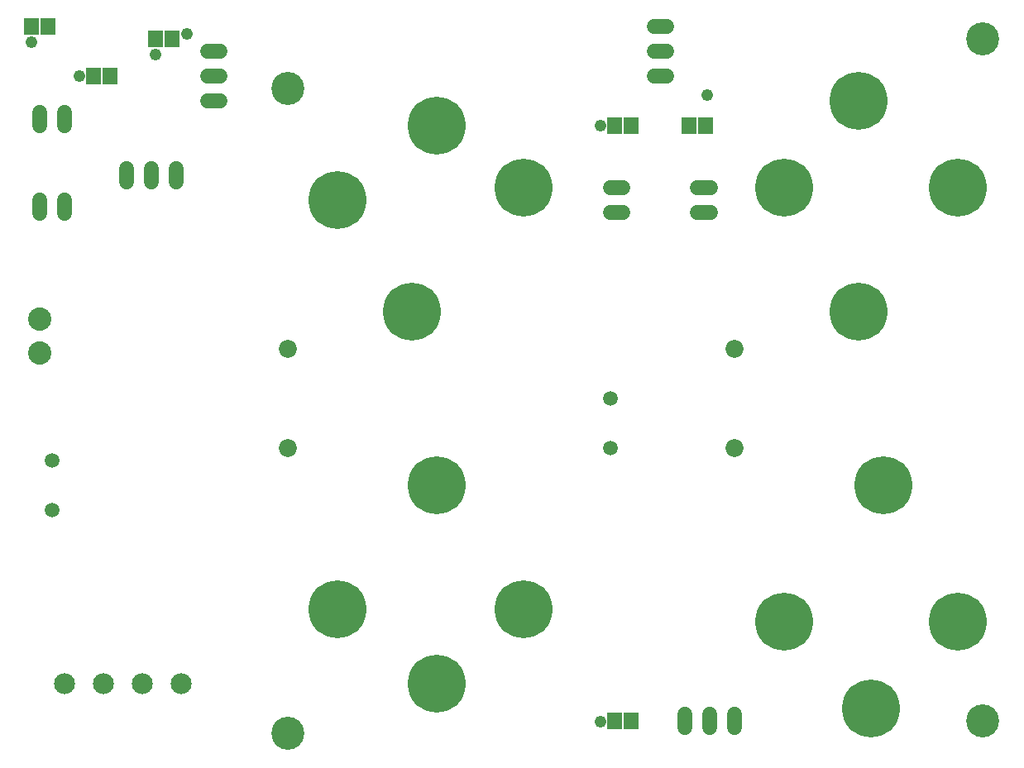
<source format=gts>
G75*
%MOIN*%
%OFA0B0*%
%FSLAX24Y24*%
%IPPOS*%
%LPD*%
%AMOC8*
5,1,8,0,0,1.08239X$1,22.5*
%
%ADD10C,0.1330*%
%ADD11C,0.0845*%
%ADD12C,0.0940*%
%ADD13R,0.0592X0.0671*%
%ADD14C,0.0600*%
%ADD15C,0.2330*%
%ADD16C,0.0725*%
%ADD17C,0.0595*%
%ADD18C,0.0480*%
D10*
X013180Y003180D03*
X041180Y003680D03*
X013180Y029180D03*
X041180Y031180D03*
D11*
X004180Y005180D03*
X005740Y005180D03*
X007300Y005180D03*
X008860Y005180D03*
D12*
X003180Y018511D03*
X003180Y019889D03*
D13*
X005345Y029680D03*
X006015Y029680D03*
X007845Y031180D03*
X008515Y031180D03*
X003515Y031680D03*
X002845Y031680D03*
X026345Y027680D03*
X027015Y027680D03*
X029345Y027680D03*
X030015Y027680D03*
X027015Y003680D03*
X026345Y003680D03*
D14*
X029180Y003420D02*
X029180Y003940D01*
X030180Y003940D02*
X030180Y003420D01*
X031180Y003420D02*
X031180Y003940D01*
X030200Y024180D02*
X029680Y024180D01*
X029680Y025180D02*
X030200Y025180D01*
X026680Y025180D02*
X026160Y025180D01*
X026160Y024180D02*
X026680Y024180D01*
X027920Y029680D02*
X028440Y029680D01*
X028440Y030680D02*
X027920Y030680D01*
X027920Y031680D02*
X028440Y031680D01*
X010440Y030680D02*
X009920Y030680D01*
X009920Y029680D02*
X010440Y029680D01*
X010440Y028680D02*
X009920Y028680D01*
X008680Y025940D02*
X008680Y025420D01*
X007680Y025420D02*
X007680Y025940D01*
X006680Y025940D02*
X006680Y025420D01*
X004180Y024680D02*
X004180Y024160D01*
X003180Y024160D02*
X003180Y024680D01*
X003180Y027680D02*
X003180Y028200D01*
X004180Y028200D02*
X004180Y027680D01*
D15*
X015180Y024680D03*
X019180Y027680D03*
X022680Y025180D03*
X018180Y020180D03*
X019180Y013180D03*
X022680Y008180D03*
X019180Y005180D03*
X015180Y008180D03*
X033180Y007680D03*
X036680Y004180D03*
X040180Y007680D03*
X037180Y013180D03*
X036180Y020180D03*
X033180Y025180D03*
X036180Y028680D03*
X040180Y025180D03*
D16*
X031180Y018680D03*
X031180Y014680D03*
X013180Y014680D03*
X013180Y018680D03*
D17*
X003680Y014180D03*
X003680Y012180D03*
X026180Y014680D03*
X026180Y016680D03*
D18*
X025765Y027690D03*
X030055Y028900D03*
X009100Y031375D03*
X007835Y030550D03*
X004755Y029670D03*
X002830Y031045D03*
X025765Y003655D03*
M02*

</source>
